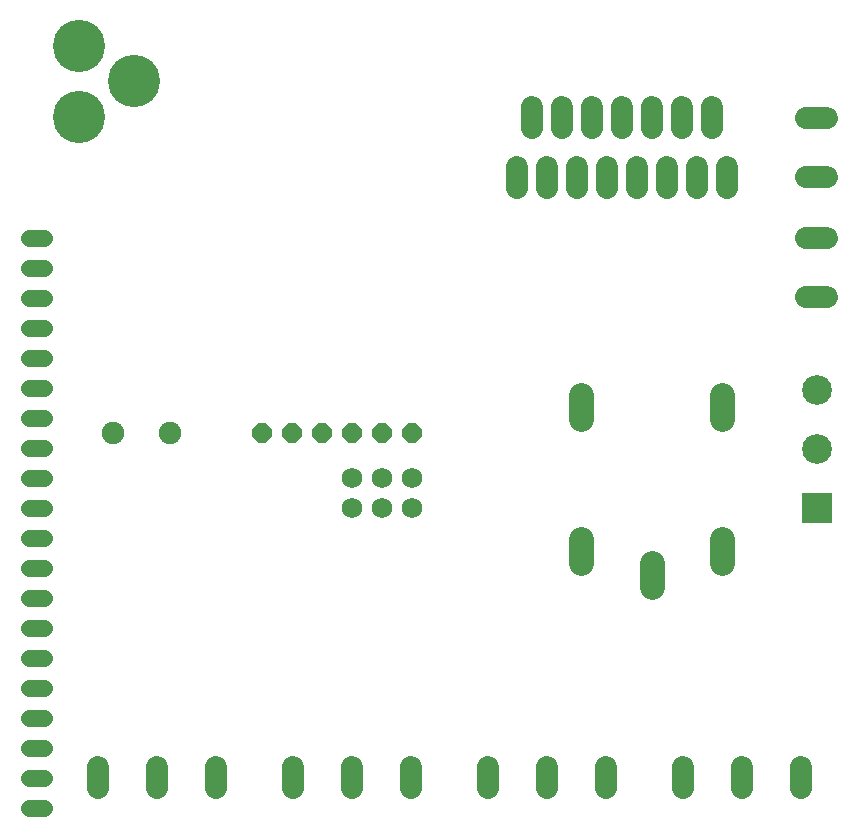
<source format=gbs>
G04 This is an RS-274x file exported by *
G04 gerbv version 2.6.1 *
G04 More information is available about gerbv at *
G04 http://gerbv.geda-project.org/ *
G04 --End of header info--*
%MOIN*%
%FSLAX34Y34*%
%IPPOS*%
G04 --Define apertures--*
%AMMACRO10*
5,1,8,0.000000,0.000000,0.069273,22.500000*
%
%ADD10MACRO10*%
%ADD11C,0.0749*%
%ADD12C,0.0680*%
%ADD13C,0.1740*%
%ADD14R,0.0990X0.0990*%
%ADD15C,0.0990*%
%ADD16C,0.0560*%
%ADD17C,0.0745*%
%ADD18C,0.0749*%
%ADD19C,0.0820*%
G04 --Start main section--*
G54D10*
G01X0008917Y0014238D03*
G01X0009917Y0014238D03*
G01X0010917Y0014238D03*
G01X0011917Y0014238D03*
G01X0012917Y0014238D03*
G01X0013917Y0014238D03*
G54D11*
G01X0017417Y0022384D02*
G01X0017417Y0023092D01*
G01X0018417Y0023092D02*
G01X0018417Y0022384D01*
G01X0019417Y0022384D02*
G01X0019417Y0023092D01*
G01X0020417Y0023092D02*
G01X0020417Y0022384D01*
G01X0021417Y0022384D02*
G01X0021417Y0023092D01*
G01X0022417Y0023092D02*
G01X0022417Y0022384D01*
G01X0023417Y0022384D02*
G01X0023417Y0023092D01*
G01X0024417Y0023092D02*
G01X0024417Y0022384D01*
G01X0023917Y0024383D02*
G01X0023917Y0025092D01*
G01X0022917Y0025092D02*
G01X0022917Y0024383D01*
G01X0021917Y0024383D02*
G01X0021917Y0025092D01*
G01X0020917Y0025092D02*
G01X0020917Y0024383D01*
G01X0019917Y0024383D02*
G01X0019917Y0025092D01*
G01X0018917Y0025092D02*
G01X0018917Y0024383D01*
G01X0017917Y0024383D02*
G01X0017917Y0025092D01*
G54D12*
G01X0013917Y0012738D03*
G01X0013917Y0011738D03*
G01X0012917Y0011738D03*
G01X0011917Y0011738D03*
G01X0011917Y0012738D03*
G01X0012917Y0012738D03*
G54D13*
G01X0002817Y0024769D03*
G01X0004667Y0025951D03*
G01X0002817Y0027132D03*
G54D14*
G01X0027417Y0011738D03*
G54D15*
G01X0027417Y0013706D03*
G01X0027417Y0015675D03*
G54D16*
G01X0001677Y0001738D02*
G01X0001157Y0001738D01*
G01X0001157Y0002738D02*
G01X0001677Y0002738D01*
G01X0001677Y0003738D02*
G01X0001157Y0003738D01*
G01X0001157Y0004738D02*
G01X0001677Y0004738D01*
G01X0001677Y0005738D02*
G01X0001157Y0005738D01*
G01X0001157Y0006738D02*
G01X0001677Y0006738D01*
G01X0001677Y0007738D02*
G01X0001157Y0007738D01*
G01X0001157Y0008738D02*
G01X0001677Y0008738D01*
G01X0001677Y0009738D02*
G01X0001157Y0009738D01*
G01X0001157Y0010738D02*
G01X0001677Y0010738D01*
G01X0001677Y0011738D02*
G01X0001157Y0011738D01*
G01X0001157Y0012738D02*
G01X0001677Y0012738D01*
G01X0001677Y0013738D02*
G01X0001157Y0013738D01*
G01X0001157Y0014738D02*
G01X0001677Y0014738D01*
G01X0001677Y0015738D02*
G01X0001157Y0015738D01*
G01X0001157Y0016738D02*
G01X0001677Y0016738D01*
G01X0001677Y0017738D02*
G01X0001157Y0017738D01*
G01X0001157Y0018738D02*
G01X0001677Y0018738D01*
G01X0001677Y0019738D02*
G01X0001157Y0019738D01*
G01X0001157Y0020738D02*
G01X0001677Y0020738D01*
G54D17*
G01X0003448Y0003083D02*
G01X0003448Y0002378D01*
G01X0005417Y0002378D02*
G01X0005417Y0003083D01*
G01X0007385Y0003083D02*
G01X0007385Y0002378D01*
G01X0009948Y0002378D02*
G01X0009948Y0003083D01*
G01X0011917Y0003083D02*
G01X0011917Y0002378D01*
G01X0013885Y0002378D02*
G01X0013885Y0003083D01*
G01X0016448Y0003083D02*
G01X0016448Y0002378D01*
G01X0018417Y0002378D02*
G01X0018417Y0003083D01*
G01X0020385Y0003083D02*
G01X0020385Y0002378D01*
G01X0022948Y0002378D02*
G01X0022948Y0003083D01*
G01X0024917Y0003083D02*
G01X0024917Y0002378D01*
G01X0026885Y0002378D02*
G01X0026885Y0003083D01*
G01X0027064Y0018754D02*
G01X0027769Y0018754D01*
G01X0027769Y0020722D02*
G01X0027064Y0020722D01*
G01X0027064Y0022754D02*
G01X0027769Y0022754D01*
G01X0027769Y0024722D02*
G01X0027064Y0024722D01*
G54D18*
G01X0005867Y0014238D03*
G01X0003967Y0014238D03*
G54D19*
G01X0019567Y0014698D02*
G01X0019567Y0015478D01*
G01X0024267Y0015478D02*
G01X0024267Y0014698D01*
G01X0024267Y0010678D02*
G01X0024267Y0009898D01*
G01X0021917Y0009878D02*
G01X0021917Y0009098D01*
G01X0019567Y0009898D02*
G01X0019567Y0010678D01*
M02*

</source>
